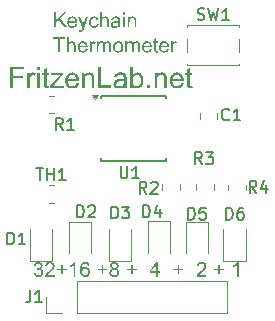
<source format=gbr>
%TF.GenerationSoftware,KiCad,Pcbnew,8.0.6*%
%TF.CreationDate,2024-10-18T13:34:34-03:00*%
%TF.ProjectId,keychain-thermometer,6b657963-6861-4696-9e2d-746865726d6f,rev?*%
%TF.SameCoordinates,Original*%
%TF.FileFunction,Legend,Top*%
%TF.FilePolarity,Positive*%
%FSLAX46Y46*%
G04 Gerber Fmt 4.6, Leading zero omitted, Abs format (unit mm)*
G04 Created by KiCad (PCBNEW 8.0.6) date 2024-10-18 13:34:34*
%MOMM*%
%LPD*%
G01*
G04 APERTURE LIST*
%ADD10C,0.150000*%
%ADD11C,0.120000*%
G04 APERTURE END LIST*
D10*
G36*
X68228838Y-46287500D02*
G01*
X68228838Y-45017437D01*
X68395533Y-45017437D01*
X68395533Y-45639951D01*
X69020490Y-45017437D01*
X69246414Y-45017437D01*
X68718239Y-45526378D01*
X69269617Y-46287500D01*
X69049799Y-46287500D01*
X68601613Y-45638119D01*
X68395533Y-45838093D01*
X68395533Y-46287500D01*
X68228838Y-46287500D01*
G37*
G36*
X69822794Y-45354083D02*
G01*
X69884289Y-45367510D01*
X69950064Y-45394489D01*
X70009411Y-45433653D01*
X70055163Y-45476919D01*
X70094591Y-45528299D01*
X70125860Y-45586957D01*
X70148973Y-45652891D01*
X70162002Y-45713396D01*
X70169366Y-45778954D01*
X70171179Y-45835040D01*
X70170568Y-45877172D01*
X69490352Y-45877172D01*
X69497335Y-45938132D01*
X69513259Y-45999751D01*
X69541299Y-46058808D01*
X69575226Y-46102180D01*
X69626788Y-46143235D01*
X69685684Y-46169085D01*
X69751915Y-46179729D01*
X69766041Y-46180033D01*
X69830920Y-46172727D01*
X69891661Y-46148517D01*
X69911060Y-46135764D01*
X69955796Y-46091078D01*
X69989756Y-46034356D01*
X70006315Y-45994408D01*
X70166294Y-46013948D01*
X70146649Y-46071875D01*
X70116648Y-46130780D01*
X70078595Y-46181899D01*
X70032489Y-46225233D01*
X70026160Y-46230102D01*
X69971491Y-46263762D01*
X69909763Y-46287805D01*
X69849959Y-46300953D01*
X69784749Y-46306738D01*
X69765125Y-46307039D01*
X69693044Y-46302692D01*
X69626780Y-46289651D01*
X69566333Y-46267916D01*
X69511704Y-46237487D01*
X69462892Y-46198364D01*
X69447915Y-46183391D01*
X69408073Y-46133409D01*
X69376474Y-46076430D01*
X69353118Y-46012452D01*
X69338005Y-45941476D01*
X69331709Y-45876984D01*
X69330678Y-45835956D01*
X69333570Y-45766259D01*
X69335730Y-45750165D01*
X69498900Y-45750165D01*
X70008147Y-45750165D01*
X69999337Y-45687284D01*
X69980502Y-45623417D01*
X69949834Y-45570036D01*
X69904821Y-45524876D01*
X69846706Y-45492032D01*
X69787112Y-45478073D01*
X69758408Y-45476613D01*
X69695124Y-45483888D01*
X69633155Y-45508695D01*
X69583770Y-45546524D01*
X69579195Y-45551107D01*
X69540263Y-45602556D01*
X69513913Y-45663783D01*
X69500955Y-45727250D01*
X69498900Y-45750165D01*
X69335730Y-45750165D01*
X69342246Y-45701616D01*
X69356706Y-45642027D01*
X69381694Y-45577190D01*
X69415010Y-45519631D01*
X69449136Y-45477224D01*
X69496037Y-45433854D01*
X69547897Y-45399457D01*
X69604716Y-45374034D01*
X69666493Y-45357583D01*
X69733229Y-45350105D01*
X69756577Y-45349607D01*
X69822794Y-45354083D01*
G37*
G36*
X70348560Y-46640430D02*
G01*
X70331463Y-46498464D01*
X70392459Y-46510580D01*
X70420001Y-46512203D01*
X70480858Y-46503833D01*
X70502128Y-46494495D01*
X70547976Y-46452755D01*
X70553114Y-46445036D01*
X70578206Y-46387482D01*
X70600130Y-46326273D01*
X70613869Y-46287500D01*
X70267960Y-45369146D01*
X70434351Y-45369146D01*
X70624249Y-45900680D01*
X70644425Y-45958345D01*
X70663394Y-46017652D01*
X70681155Y-46078601D01*
X70690500Y-46113171D01*
X70706262Y-46053303D01*
X70723666Y-45994257D01*
X70742712Y-45936031D01*
X70754003Y-45904038D01*
X70948787Y-45369146D01*
X71103271Y-45369146D01*
X70756446Y-46302154D01*
X70733200Y-46363757D01*
X70709568Y-46423105D01*
X70684428Y-46480707D01*
X70669740Y-46510066D01*
X70637110Y-46561972D01*
X70594702Y-46607879D01*
X70575095Y-46622723D01*
X70516782Y-46649742D01*
X70452687Y-46658713D01*
X70448089Y-46658749D01*
X70385115Y-46650860D01*
X70348560Y-46640430D01*
G37*
G36*
X71825008Y-45955329D02*
G01*
X71977049Y-45975174D01*
X71962386Y-46040066D01*
X71940301Y-46098501D01*
X71905973Y-46157377D01*
X71861952Y-46207819D01*
X71849433Y-46219112D01*
X71795203Y-46257580D01*
X71735096Y-46285057D01*
X71669113Y-46301543D01*
X71606556Y-46306953D01*
X71597252Y-46307039D01*
X71529646Y-46302724D01*
X71467192Y-46289780D01*
X71409891Y-46268206D01*
X71349550Y-46232129D01*
X71303411Y-46191858D01*
X71296222Y-46184307D01*
X71257625Y-46134422D01*
X71227014Y-46077045D01*
X71204388Y-46012177D01*
X71191633Y-45952396D01*
X71184424Y-45887413D01*
X71182650Y-45831681D01*
X71184987Y-45768548D01*
X71193383Y-45700762D01*
X71207885Y-45637630D01*
X71228493Y-45579155D01*
X71231498Y-45572173D01*
X71263156Y-45513910D01*
X71302832Y-45464486D01*
X71350525Y-45423900D01*
X71380486Y-45405172D01*
X71438191Y-45378312D01*
X71498649Y-45360243D01*
X71561861Y-45350964D01*
X71598168Y-45349607D01*
X71660616Y-45353215D01*
X71725617Y-45366177D01*
X71783825Y-45388564D01*
X71841189Y-45425017D01*
X71889041Y-45472434D01*
X71926122Y-45529849D01*
X71950041Y-45589279D01*
X71962395Y-45639035D01*
X71812185Y-45662238D01*
X71793387Y-45604087D01*
X71761123Y-45549409D01*
X71735860Y-45523325D01*
X71679881Y-45489796D01*
X71618555Y-45477024D01*
X71604274Y-45476613D01*
X71541978Y-45483279D01*
X71480917Y-45506320D01*
X71428443Y-45545818D01*
X71414375Y-45560877D01*
X71379103Y-45616028D01*
X71357440Y-45678066D01*
X71345968Y-45742399D01*
X71341692Y-45805007D01*
X71341407Y-45827407D01*
X71343887Y-45893235D01*
X71353047Y-45961053D01*
X71371780Y-46026717D01*
X71403392Y-46085490D01*
X71411933Y-46096379D01*
X71460185Y-46140493D01*
X71516785Y-46168269D01*
X71581734Y-46179706D01*
X71595725Y-46180033D01*
X71659710Y-46172305D01*
X71719434Y-46146491D01*
X71747461Y-46125078D01*
X71786988Y-46075304D01*
X71812209Y-46015044D01*
X71825008Y-45955329D01*
G37*
G36*
X72104361Y-46287500D02*
G01*
X72104361Y-45017437D01*
X72258845Y-45017437D01*
X72258845Y-45473866D01*
X72308846Y-45425448D01*
X72364282Y-45388923D01*
X72425152Y-45364290D01*
X72491457Y-45351549D01*
X72531786Y-45349607D01*
X72598333Y-45354369D01*
X72658603Y-45368655D01*
X72707946Y-45389907D01*
X72761666Y-45427492D01*
X72801278Y-45475255D01*
X72814802Y-45500732D01*
X72834523Y-45562828D01*
X72844004Y-45628284D01*
X72847038Y-45689621D01*
X72847165Y-45706202D01*
X72847165Y-46287500D01*
X72692376Y-46287500D01*
X72692376Y-45704980D01*
X72687456Y-45638130D01*
X72670681Y-45578988D01*
X72642001Y-45534926D01*
X72590184Y-45498403D01*
X72527731Y-45482803D01*
X72500034Y-45481498D01*
X72437446Y-45489414D01*
X72378479Y-45513161D01*
X72370891Y-45517524D01*
X72321799Y-45556714D01*
X72286146Y-45611087D01*
X72284490Y-45614916D01*
X72266959Y-45677552D01*
X72260072Y-45739311D01*
X72258845Y-45784359D01*
X72258845Y-46287500D01*
X72104361Y-46287500D01*
G37*
G36*
X73525416Y-45351805D02*
G01*
X73586369Y-45359401D01*
X73648258Y-45375680D01*
X73652861Y-45377390D01*
X73709286Y-45404179D01*
X73757847Y-45444093D01*
X73760022Y-45446693D01*
X73792265Y-45500800D01*
X73808260Y-45552634D01*
X73814432Y-45617474D01*
X73815863Y-45683133D01*
X73815893Y-45695821D01*
X73815893Y-45903122D01*
X73816131Y-45966971D01*
X73817047Y-46033317D01*
X73818984Y-46096558D01*
X73823373Y-46160446D01*
X73825662Y-46177285D01*
X73841796Y-46236977D01*
X73865047Y-46287500D01*
X73703541Y-46287500D01*
X73681913Y-46226642D01*
X73672705Y-46172095D01*
X73624931Y-46210225D01*
X73572982Y-46244548D01*
X73517215Y-46272523D01*
X73507231Y-46276509D01*
X73446065Y-46295113D01*
X73381637Y-46305131D01*
X73336871Y-46307039D01*
X73274471Y-46303489D01*
X73211278Y-46290738D01*
X73150541Y-46265308D01*
X73105757Y-46232850D01*
X73063253Y-46182457D01*
X73036491Y-46124014D01*
X73025471Y-46057521D01*
X73025157Y-46043257D01*
X73025695Y-46038372D01*
X73190020Y-46038372D01*
X73203204Y-46099250D01*
X73236732Y-46143091D01*
X73290269Y-46173113D01*
X73351970Y-46184264D01*
X73373813Y-46184918D01*
X73438070Y-46179379D01*
X73501286Y-46160879D01*
X73532571Y-46145533D01*
X73583032Y-46108499D01*
X73623737Y-46057909D01*
X73634848Y-46037151D01*
X73652817Y-45976498D01*
X73659271Y-45911941D01*
X73659883Y-45880835D01*
X73659883Y-45823438D01*
X73599019Y-45843635D01*
X73538521Y-45858375D01*
X73476976Y-45870240D01*
X73407397Y-45881140D01*
X73343769Y-45892146D01*
X73283243Y-45908289D01*
X73272452Y-45912587D01*
X73221723Y-45949654D01*
X73211392Y-45963572D01*
X73190772Y-46023184D01*
X73190020Y-46038372D01*
X73025695Y-46038372D01*
X73031865Y-45982332D01*
X73053809Y-45923112D01*
X73055687Y-45919609D01*
X73090873Y-45869081D01*
X73135371Y-45829849D01*
X73191454Y-45798496D01*
X73246807Y-45778558D01*
X73308237Y-45765842D01*
X73372888Y-45756466D01*
X73384193Y-45755050D01*
X73450908Y-45746277D01*
X73519979Y-45735283D01*
X73587360Y-45721716D01*
X73648430Y-45705176D01*
X73659883Y-45701317D01*
X73660493Y-45661017D01*
X73654354Y-45598491D01*
X73629412Y-45542191D01*
X73616835Y-45528820D01*
X73564299Y-45497007D01*
X73501884Y-45480743D01*
X73440675Y-45476613D01*
X73378129Y-45480191D01*
X73317794Y-45493930D01*
X73279780Y-45513250D01*
X73237025Y-45559940D01*
X73209522Y-45620373D01*
X73202843Y-45642698D01*
X73051718Y-45621938D01*
X73069093Y-45561583D01*
X73095125Y-45505533D01*
X73119495Y-45470202D01*
X73164848Y-45427505D01*
X73218965Y-45395963D01*
X73255966Y-45381053D01*
X73320821Y-45363150D01*
X73385602Y-45353323D01*
X73448647Y-45349730D01*
X73463267Y-45349607D01*
X73525416Y-45351805D01*
G37*
G36*
X74051892Y-45193292D02*
G01*
X74051892Y-45017437D01*
X74206376Y-45017437D01*
X74206376Y-45193292D01*
X74051892Y-45193292D01*
G37*
G36*
X74051892Y-46287500D02*
G01*
X74051892Y-45369146D01*
X74206376Y-45369146D01*
X74206376Y-46287500D01*
X74051892Y-46287500D01*
G37*
G36*
X74439323Y-46287500D02*
G01*
X74439323Y-45369146D01*
X74578236Y-45369146D01*
X74578236Y-45497984D01*
X74619047Y-45447559D01*
X74666149Y-45407567D01*
X74729050Y-45374095D01*
X74789779Y-45356707D01*
X74856798Y-45349752D01*
X74868579Y-45349607D01*
X74933338Y-45354545D01*
X74993663Y-45369359D01*
X75020010Y-45379527D01*
X75073931Y-45409062D01*
X75119096Y-45451690D01*
X75123508Y-45457684D01*
X75154304Y-45514107D01*
X75171746Y-45572479D01*
X75178416Y-45636570D01*
X75180219Y-45703911D01*
X75180294Y-45723604D01*
X75180294Y-46287500D01*
X75025811Y-46287500D01*
X75025811Y-45727573D01*
X75023278Y-45662915D01*
X75012987Y-45601172D01*
X75007798Y-45585301D01*
X74974310Y-45533662D01*
X74943684Y-45509891D01*
X74887044Y-45486933D01*
X74835912Y-45481498D01*
X74771290Y-45488966D01*
X74713018Y-45511369D01*
X74665553Y-45544696D01*
X74627718Y-45595316D01*
X74605647Y-45659890D01*
X74596329Y-45722570D01*
X74593806Y-45784970D01*
X74593806Y-46287500D01*
X74439323Y-46287500D01*
G37*
G36*
X68555818Y-48387500D02*
G01*
X68555818Y-47263982D01*
X68141215Y-47263982D01*
X68141215Y-47117437D01*
X69138948Y-47117437D01*
X69138948Y-47263982D01*
X68722513Y-47263982D01*
X68722513Y-48387500D01*
X68555818Y-48387500D01*
G37*
G36*
X69284577Y-48387500D02*
G01*
X69284577Y-47117437D01*
X69439061Y-47117437D01*
X69439061Y-47573866D01*
X69489062Y-47525448D01*
X69544498Y-47488923D01*
X69605368Y-47464290D01*
X69671674Y-47451549D01*
X69712002Y-47449607D01*
X69778549Y-47454369D01*
X69838819Y-47468655D01*
X69888162Y-47489907D01*
X69941883Y-47527492D01*
X69981495Y-47575255D01*
X69995019Y-47600732D01*
X70014739Y-47662828D01*
X70024220Y-47728284D01*
X70027254Y-47789621D01*
X70027381Y-47806202D01*
X70027381Y-48387500D01*
X69872592Y-48387500D01*
X69872592Y-47804980D01*
X69867673Y-47738130D01*
X69850897Y-47678988D01*
X69822217Y-47634926D01*
X69770400Y-47598403D01*
X69707947Y-47582803D01*
X69680251Y-47581498D01*
X69617662Y-47589414D01*
X69558696Y-47613161D01*
X69551107Y-47617524D01*
X69502016Y-47656714D01*
X69466362Y-47711087D01*
X69464706Y-47714916D01*
X69447175Y-47777552D01*
X69440288Y-47839311D01*
X69439061Y-47884359D01*
X69439061Y-48387500D01*
X69284577Y-48387500D01*
G37*
G36*
X70698405Y-47454083D02*
G01*
X70759900Y-47467510D01*
X70825675Y-47494489D01*
X70885021Y-47533653D01*
X70930774Y-47576919D01*
X70970201Y-47628299D01*
X71001471Y-47686957D01*
X71024583Y-47752891D01*
X71037612Y-47813396D01*
X71044977Y-47878954D01*
X71046789Y-47935040D01*
X71046179Y-47977172D01*
X70365963Y-47977172D01*
X70372946Y-48038132D01*
X70388869Y-48099751D01*
X70416910Y-48158808D01*
X70450837Y-48202180D01*
X70502399Y-48243235D01*
X70561295Y-48269085D01*
X70627525Y-48279729D01*
X70641652Y-48280033D01*
X70706531Y-48272727D01*
X70767272Y-48248517D01*
X70786671Y-48235764D01*
X70831407Y-48191078D01*
X70865367Y-48134356D01*
X70881926Y-48094408D01*
X71041905Y-48113948D01*
X71022259Y-48171875D01*
X70992258Y-48230780D01*
X70954205Y-48281899D01*
X70908100Y-48325233D01*
X70901770Y-48330102D01*
X70847102Y-48363762D01*
X70785373Y-48387805D01*
X70725569Y-48400953D01*
X70660360Y-48406738D01*
X70640736Y-48407039D01*
X70568654Y-48402692D01*
X70502390Y-48389651D01*
X70441944Y-48367916D01*
X70387315Y-48337487D01*
X70338503Y-48298364D01*
X70323525Y-48283391D01*
X70283683Y-48233409D01*
X70252084Y-48176430D01*
X70228729Y-48112452D01*
X70213616Y-48041476D01*
X70207319Y-47976984D01*
X70206289Y-47935956D01*
X70209181Y-47866259D01*
X70211341Y-47850165D01*
X70374511Y-47850165D01*
X70883757Y-47850165D01*
X70874948Y-47787284D01*
X70856113Y-47723417D01*
X70825444Y-47670036D01*
X70780431Y-47624876D01*
X70722316Y-47592032D01*
X70662722Y-47578073D01*
X70634019Y-47576613D01*
X70570734Y-47583888D01*
X70508766Y-47608695D01*
X70459380Y-47646524D01*
X70454806Y-47651107D01*
X70415874Y-47702556D01*
X70389523Y-47763783D01*
X70376566Y-47827250D01*
X70374511Y-47850165D01*
X70211341Y-47850165D01*
X70217857Y-47801616D01*
X70232317Y-47742027D01*
X70257304Y-47677190D01*
X70290621Y-47619631D01*
X70324747Y-47577224D01*
X70371648Y-47533854D01*
X70423507Y-47499457D01*
X70480326Y-47474034D01*
X70542104Y-47457583D01*
X70608840Y-47450105D01*
X70632187Y-47449607D01*
X70698405Y-47454083D01*
G37*
G36*
X71229361Y-48387500D02*
G01*
X71229361Y-47469146D01*
X71368579Y-47469146D01*
X71368579Y-47609891D01*
X71400976Y-47555169D01*
X71440685Y-47503554D01*
X71466582Y-47480748D01*
X71523468Y-47454746D01*
X71566111Y-47449607D01*
X71630017Y-47457870D01*
X71689723Y-47480167D01*
X71724869Y-47499677D01*
X71671746Y-47644085D01*
X71614959Y-47619127D01*
X71558173Y-47610807D01*
X71496125Y-47624087D01*
X71467192Y-47641643D01*
X71425881Y-47689108D01*
X71409795Y-47726517D01*
X71393982Y-47790760D01*
X71385897Y-47853496D01*
X71383845Y-47907562D01*
X71383845Y-48387500D01*
X71229361Y-48387500D01*
G37*
G36*
X71813712Y-48387500D02*
G01*
X71813712Y-47469146D01*
X71952015Y-47469146D01*
X71952015Y-47596153D01*
X71991429Y-47546804D01*
X72040215Y-47505921D01*
X72065893Y-47489907D01*
X72122221Y-47465349D01*
X72184045Y-47452126D01*
X72228314Y-47449607D01*
X72293671Y-47454513D01*
X72355094Y-47471057D01*
X72394399Y-47491128D01*
X72443937Y-47533829D01*
X72478749Y-47589269D01*
X72485990Y-47607449D01*
X72528816Y-47553807D01*
X72576236Y-47511264D01*
X72637366Y-47475657D01*
X72704748Y-47455156D01*
X72767480Y-47449607D01*
X72831480Y-47454339D01*
X72894082Y-47470976D01*
X72951970Y-47503510D01*
X72976308Y-47525322D01*
X73014787Y-47580444D01*
X73037233Y-47643717D01*
X73047494Y-47710826D01*
X73049275Y-47757964D01*
X73049275Y-48387500D01*
X72895403Y-48387500D01*
X72895403Y-47807728D01*
X72893299Y-47744859D01*
X72883949Y-47684142D01*
X72880443Y-47673089D01*
X72846162Y-47622200D01*
X72825793Y-47606838D01*
X72768185Y-47584492D01*
X72733286Y-47581498D01*
X72671029Y-47589146D01*
X72611917Y-47614935D01*
X72573613Y-47646222D01*
X72537458Y-47699710D01*
X72517613Y-47764301D01*
X72510668Y-47826921D01*
X72510109Y-47852913D01*
X72510109Y-48387500D01*
X72355321Y-48387500D01*
X72355321Y-47789410D01*
X72350847Y-47724178D01*
X72334026Y-47662900D01*
X72317463Y-47633705D01*
X72267851Y-47594550D01*
X72204656Y-47581702D01*
X72194120Y-47581498D01*
X72131228Y-47590199D01*
X72073220Y-47616303D01*
X72025516Y-47658893D01*
X71994519Y-47713516D01*
X71992925Y-47717663D01*
X71976914Y-47781515D01*
X71970152Y-47843936D01*
X71968196Y-47910005D01*
X71968196Y-48387500D01*
X71813712Y-48387500D01*
G37*
G36*
X73708759Y-47453965D02*
G01*
X73772039Y-47467038D01*
X73830489Y-47488827D01*
X73884109Y-47519331D01*
X73932899Y-47558550D01*
X73948089Y-47573560D01*
X73988658Y-47623256D01*
X74020833Y-47679605D01*
X74044614Y-47742610D01*
X74060002Y-47812269D01*
X74066414Y-47875402D01*
X74067463Y-47915500D01*
X74065606Y-47979138D01*
X74058746Y-48046681D01*
X74046831Y-48107007D01*
X74027024Y-48167113D01*
X74014645Y-48193632D01*
X73981120Y-48247073D01*
X73939963Y-48293366D01*
X73891175Y-48332510D01*
X73860772Y-48351168D01*
X73802627Y-48378176D01*
X73741536Y-48396345D01*
X73677498Y-48405675D01*
X73640648Y-48407039D01*
X73571440Y-48402703D01*
X73507383Y-48389694D01*
X73448479Y-48368013D01*
X73394726Y-48337659D01*
X73346126Y-48298632D01*
X73331071Y-48283696D01*
X73290917Y-48233622D01*
X73259072Y-48175905D01*
X73235533Y-48110546D01*
X73222264Y-48050243D01*
X73214764Y-47984632D01*
X73212918Y-47928323D01*
X73212929Y-47928018D01*
X73371981Y-47928018D01*
X73374665Y-47991080D01*
X73384578Y-48056784D01*
X73404852Y-48121498D01*
X73434667Y-48175146D01*
X73448307Y-48192411D01*
X73494380Y-48234767D01*
X73552936Y-48265572D01*
X73619244Y-48279263D01*
X73640648Y-48280033D01*
X73702325Y-48273053D01*
X73763660Y-48248927D01*
X73817422Y-48207568D01*
X73832074Y-48191800D01*
X73868970Y-48134852D01*
X73891629Y-48071945D01*
X73903629Y-48007416D01*
X73908102Y-47945059D01*
X73908400Y-47922827D01*
X73905695Y-47861748D01*
X73895702Y-47797868D01*
X73875266Y-47734594D01*
X73840780Y-47675818D01*
X73831463Y-47664541D01*
X73785388Y-47622037D01*
X73727225Y-47591125D01*
X73661728Y-47577386D01*
X73640648Y-47576613D01*
X73578529Y-47583520D01*
X73516872Y-47607396D01*
X73462967Y-47648326D01*
X73448307Y-47663930D01*
X73411411Y-47720122D01*
X73388752Y-47781950D01*
X73376752Y-47845223D01*
X73372280Y-47906271D01*
X73371981Y-47928018D01*
X73212929Y-47928018D01*
X73215122Y-47866800D01*
X73224075Y-47795678D01*
X73239916Y-47730981D01*
X73262644Y-47672710D01*
X73299008Y-47611265D01*
X73345291Y-47559072D01*
X73353968Y-47551273D01*
X73407862Y-47511659D01*
X73466693Y-47481775D01*
X73530463Y-47461620D01*
X73599170Y-47451195D01*
X73640648Y-47449607D01*
X73708759Y-47453965D01*
G37*
G36*
X74243928Y-48387500D02*
G01*
X74243928Y-47469146D01*
X74382231Y-47469146D01*
X74382231Y-47596153D01*
X74421645Y-47546804D01*
X74470431Y-47505921D01*
X74496109Y-47489907D01*
X74552438Y-47465349D01*
X74614262Y-47452126D01*
X74658531Y-47449607D01*
X74723887Y-47454513D01*
X74785310Y-47471057D01*
X74824616Y-47491128D01*
X74874154Y-47533829D01*
X74908965Y-47589269D01*
X74916207Y-47607449D01*
X74959033Y-47553807D01*
X75006453Y-47511264D01*
X75067582Y-47475657D01*
X75134964Y-47455156D01*
X75197697Y-47449607D01*
X75261696Y-47454339D01*
X75324298Y-47470976D01*
X75382186Y-47503510D01*
X75406524Y-47525322D01*
X75445003Y-47580444D01*
X75467449Y-47643717D01*
X75477710Y-47710826D01*
X75479492Y-47757964D01*
X75479492Y-48387500D01*
X75325619Y-48387500D01*
X75325619Y-47807728D01*
X75323515Y-47744859D01*
X75314165Y-47684142D01*
X75310659Y-47673089D01*
X75276379Y-47622200D01*
X75256010Y-47606838D01*
X75198401Y-47584492D01*
X75163503Y-47581498D01*
X75101245Y-47589146D01*
X75042133Y-47614935D01*
X75003829Y-47646222D01*
X74967674Y-47699710D01*
X74947830Y-47764301D01*
X74940884Y-47826921D01*
X74940326Y-47852913D01*
X74940326Y-48387500D01*
X74785537Y-48387500D01*
X74785537Y-47789410D01*
X74781063Y-47724178D01*
X74764242Y-47662900D01*
X74747679Y-47633705D01*
X74698067Y-47594550D01*
X74634872Y-47581702D01*
X74624337Y-47581498D01*
X74561444Y-47590199D01*
X74503436Y-47616303D01*
X74455733Y-47658893D01*
X74424736Y-47713516D01*
X74423142Y-47717663D01*
X74407130Y-47781515D01*
X74400368Y-47843936D01*
X74398412Y-47910005D01*
X74398412Y-48387500D01*
X74243928Y-48387500D01*
G37*
G36*
X76141357Y-47454083D02*
G01*
X76202851Y-47467510D01*
X76268626Y-47494489D01*
X76327973Y-47533653D01*
X76373726Y-47576919D01*
X76413153Y-47628299D01*
X76444423Y-47686957D01*
X76467535Y-47752891D01*
X76480564Y-47813396D01*
X76487929Y-47878954D01*
X76489741Y-47935040D01*
X76489131Y-47977172D01*
X75808914Y-47977172D01*
X75815898Y-48038132D01*
X75831821Y-48099751D01*
X75859862Y-48158808D01*
X75893789Y-48202180D01*
X75945350Y-48243235D01*
X76004247Y-48269085D01*
X76070477Y-48279729D01*
X76084603Y-48280033D01*
X76149483Y-48272727D01*
X76210224Y-48248517D01*
X76229623Y-48235764D01*
X76274359Y-48191078D01*
X76308319Y-48134356D01*
X76324877Y-48094408D01*
X76484856Y-48113948D01*
X76465211Y-48171875D01*
X76435210Y-48230780D01*
X76397157Y-48281899D01*
X76351051Y-48325233D01*
X76344722Y-48330102D01*
X76290054Y-48363762D01*
X76228325Y-48387805D01*
X76168521Y-48400953D01*
X76103312Y-48406738D01*
X76083688Y-48407039D01*
X76011606Y-48402692D01*
X75945342Y-48389651D01*
X75884896Y-48367916D01*
X75830267Y-48337487D01*
X75781455Y-48298364D01*
X75766477Y-48283391D01*
X75726635Y-48233409D01*
X75695036Y-48176430D01*
X75671680Y-48112452D01*
X75656568Y-48041476D01*
X75650271Y-47976984D01*
X75649241Y-47935956D01*
X75652133Y-47866259D01*
X75654293Y-47850165D01*
X75817463Y-47850165D01*
X76326709Y-47850165D01*
X76317900Y-47787284D01*
X76299065Y-47723417D01*
X76268396Y-47670036D01*
X76223383Y-47624876D01*
X76165268Y-47592032D01*
X76105674Y-47578073D01*
X76076971Y-47576613D01*
X76013686Y-47583888D01*
X75951717Y-47608695D01*
X75902332Y-47646524D01*
X75897758Y-47651107D01*
X75858826Y-47702556D01*
X75832475Y-47763783D01*
X75819517Y-47827250D01*
X75817463Y-47850165D01*
X75654293Y-47850165D01*
X75660809Y-47801616D01*
X75675269Y-47742027D01*
X75700256Y-47677190D01*
X75733572Y-47619631D01*
X75767698Y-47577224D01*
X75814599Y-47533854D01*
X75866459Y-47499457D01*
X75923278Y-47474034D01*
X75985055Y-47457583D01*
X76051792Y-47450105D01*
X76075139Y-47449607D01*
X76141357Y-47454083D01*
G37*
G36*
X77011505Y-48245839D02*
G01*
X77033792Y-48387500D01*
X76971968Y-48402154D01*
X76917166Y-48407039D01*
X76854950Y-48402605D01*
X76795530Y-48384974D01*
X76786496Y-48380172D01*
X76739222Y-48339648D01*
X76721161Y-48309036D01*
X76707794Y-48246421D01*
X76703429Y-48180900D01*
X76702538Y-48123717D01*
X76702538Y-47591268D01*
X76588965Y-47591268D01*
X76588965Y-47469146D01*
X76702538Y-47469146D01*
X76702538Y-47247496D01*
X76856106Y-47156516D01*
X76856106Y-47469146D01*
X77011505Y-47469146D01*
X77011505Y-47591268D01*
X76856106Y-47591268D01*
X76856106Y-48136235D01*
X76858904Y-48199607D01*
X76864043Y-48223246D01*
X76890605Y-48254082D01*
X76943728Y-48265378D01*
X77003750Y-48249331D01*
X77011505Y-48245839D01*
G37*
G36*
X77600708Y-47454083D02*
G01*
X77662202Y-47467510D01*
X77727977Y-47494489D01*
X77787324Y-47533653D01*
X77833077Y-47576919D01*
X77872504Y-47628299D01*
X77903774Y-47686957D01*
X77926886Y-47752891D01*
X77939915Y-47813396D01*
X77947280Y-47878954D01*
X77949092Y-47935040D01*
X77948482Y-47977172D01*
X77268265Y-47977172D01*
X77275249Y-48038132D01*
X77291172Y-48099751D01*
X77319213Y-48158808D01*
X77353140Y-48202180D01*
X77404701Y-48243235D01*
X77463598Y-48269085D01*
X77529828Y-48279729D01*
X77543954Y-48280033D01*
X77608834Y-48272727D01*
X77669575Y-48248517D01*
X77688974Y-48235764D01*
X77733710Y-48191078D01*
X77767670Y-48134356D01*
X77784228Y-48094408D01*
X77944207Y-48113948D01*
X77924562Y-48171875D01*
X77894561Y-48230780D01*
X77856508Y-48281899D01*
X77810403Y-48325233D01*
X77804073Y-48330102D01*
X77749405Y-48363762D01*
X77687676Y-48387805D01*
X77627872Y-48400953D01*
X77562663Y-48406738D01*
X77543039Y-48407039D01*
X77470957Y-48402692D01*
X77404693Y-48389651D01*
X77344247Y-48367916D01*
X77289618Y-48337487D01*
X77240806Y-48298364D01*
X77225828Y-48283391D01*
X77185986Y-48233409D01*
X77154387Y-48176430D01*
X77131031Y-48112452D01*
X77115919Y-48041476D01*
X77109622Y-47976984D01*
X77108592Y-47935956D01*
X77111484Y-47866259D01*
X77113644Y-47850165D01*
X77276814Y-47850165D01*
X77786060Y-47850165D01*
X77777251Y-47787284D01*
X77758416Y-47723417D01*
X77727747Y-47670036D01*
X77682734Y-47624876D01*
X77624619Y-47592032D01*
X77565025Y-47578073D01*
X77536322Y-47576613D01*
X77473037Y-47583888D01*
X77411068Y-47608695D01*
X77361683Y-47646524D01*
X77357109Y-47651107D01*
X77318177Y-47702556D01*
X77291826Y-47763783D01*
X77278868Y-47827250D01*
X77276814Y-47850165D01*
X77113644Y-47850165D01*
X77120160Y-47801616D01*
X77134620Y-47742027D01*
X77159607Y-47677190D01*
X77192923Y-47619631D01*
X77227049Y-47577224D01*
X77273950Y-47533854D01*
X77325810Y-47499457D01*
X77382629Y-47474034D01*
X77444406Y-47457583D01*
X77511143Y-47450105D01*
X77534490Y-47449607D01*
X77600708Y-47454083D01*
G37*
G36*
X78131664Y-48387500D02*
G01*
X78131664Y-47469146D01*
X78270882Y-47469146D01*
X78270882Y-47609891D01*
X78303279Y-47555169D01*
X78342988Y-47503554D01*
X78368885Y-47480748D01*
X78425771Y-47454746D01*
X78468414Y-47449607D01*
X78532320Y-47457870D01*
X78592026Y-47480167D01*
X78627172Y-47499677D01*
X78574049Y-47644085D01*
X78517262Y-47619127D01*
X78460476Y-47610807D01*
X78398428Y-47624087D01*
X78369495Y-47641643D01*
X78328184Y-47689108D01*
X78312098Y-47726517D01*
X78296284Y-47790760D01*
X78288200Y-47853496D01*
X78286147Y-47907562D01*
X78286147Y-48387500D01*
X78131664Y-48387500D01*
G37*
G36*
X66473883Y-67056550D02*
G01*
X66628367Y-67035790D01*
X66643975Y-67096144D01*
X66667100Y-67153232D01*
X66703366Y-67207461D01*
X66718736Y-67222941D01*
X66770729Y-67257731D01*
X66830535Y-67276464D01*
X66874747Y-67280033D01*
X66939719Y-67272639D01*
X66998013Y-67250456D01*
X67049628Y-67213486D01*
X67059150Y-67204317D01*
X67098756Y-67153477D01*
X67123693Y-67095601D01*
X67133961Y-67030688D01*
X67134255Y-67016861D01*
X67127457Y-66953934D01*
X67104276Y-66893185D01*
X67064645Y-66841311D01*
X67012352Y-66801854D01*
X66951183Y-66778775D01*
X66887875Y-66772008D01*
X66824572Y-66778686D01*
X66778576Y-66789105D01*
X66795978Y-66643475D01*
X66820708Y-66645001D01*
X66886333Y-66639013D01*
X66947196Y-66621047D01*
X66998394Y-66594321D01*
X67043414Y-66552984D01*
X67071213Y-66493078D01*
X67077468Y-66438005D01*
X67067945Y-66374774D01*
X67036389Y-66317272D01*
X67019766Y-66299398D01*
X66967588Y-66263817D01*
X66904325Y-66246375D01*
X66871388Y-66244443D01*
X66808047Y-66252343D01*
X66748924Y-66278730D01*
X66721179Y-66300619D01*
X66682124Y-66350650D01*
X66656959Y-66410392D01*
X66643937Y-66469146D01*
X66489453Y-66441669D01*
X66505204Y-66377413D01*
X66527880Y-66319820D01*
X66562274Y-66262155D01*
X66605713Y-66213192D01*
X66617986Y-66202311D01*
X66671281Y-66165179D01*
X66730720Y-66138655D01*
X66796303Y-66122741D01*
X66858728Y-66117520D01*
X66868030Y-66117437D01*
X66930754Y-66121730D01*
X66996101Y-66136370D01*
X67057623Y-66161400D01*
X67112400Y-66195450D01*
X67157508Y-66237147D01*
X67190125Y-66281690D01*
X67218218Y-66340036D01*
X67233345Y-66401045D01*
X67236226Y-66443196D01*
X67229021Y-66506811D01*
X67207405Y-66565690D01*
X67192568Y-66591268D01*
X67150091Y-66640860D01*
X67098450Y-66678677D01*
X67062814Y-66697208D01*
X67121707Y-66716225D01*
X67177855Y-66747721D01*
X67224223Y-66790130D01*
X67236226Y-66804980D01*
X67268909Y-66860144D01*
X67289487Y-66923357D01*
X67297658Y-66987132D01*
X67298203Y-67009839D01*
X67292447Y-67080091D01*
X67275178Y-67145521D01*
X67246398Y-67206131D01*
X67206106Y-67261920D01*
X67177913Y-67291634D01*
X67130583Y-67330854D01*
X67069748Y-67366354D01*
X67002864Y-67390810D01*
X66940722Y-67402982D01*
X66874136Y-67407039D01*
X66804295Y-67402379D01*
X66739831Y-67388398D01*
X66680743Y-67365096D01*
X66627031Y-67332473D01*
X66598752Y-67309647D01*
X66555419Y-67264143D01*
X66521056Y-67213118D01*
X66495663Y-67156569D01*
X66479240Y-67094499D01*
X66473883Y-67056550D01*
G37*
G36*
X68258688Y-67240954D02*
G01*
X68258688Y-67387500D01*
X67426430Y-67387500D01*
X67431378Y-67325998D01*
X67444443Y-67280033D01*
X67470955Y-67221796D01*
X67502822Y-67169418D01*
X67542082Y-67117576D01*
X67546414Y-67112421D01*
X67590668Y-67063853D01*
X67638276Y-67017275D01*
X67686320Y-66973890D01*
X67740324Y-66928050D01*
X67748525Y-66921301D01*
X67797736Y-66879966D01*
X67853401Y-66831396D01*
X67902565Y-66786270D01*
X67952983Y-66736664D01*
X67999975Y-66685058D01*
X68025741Y-66652329D01*
X68060718Y-66597360D01*
X68086156Y-66538268D01*
X68097815Y-66475676D01*
X68098098Y-66464567D01*
X68088824Y-66399079D01*
X68061004Y-66341835D01*
X68032152Y-66308251D01*
X67982335Y-66271923D01*
X67923137Y-66250674D01*
X67861182Y-66244443D01*
X67795697Y-66251271D01*
X67733719Y-66274553D01*
X67682274Y-66314357D01*
X67644100Y-66368809D01*
X67622919Y-66429393D01*
X67614869Y-66492942D01*
X67614497Y-66508225D01*
X67455739Y-66491434D01*
X67464984Y-66426028D01*
X67480583Y-66366741D01*
X67506813Y-66305305D01*
X67541692Y-66252196D01*
X67578471Y-66213302D01*
X67628579Y-66175948D01*
X67685670Y-66147769D01*
X67749744Y-66128765D01*
X67810223Y-66119777D01*
X67864541Y-66117437D01*
X67929781Y-66120989D01*
X67999194Y-66134115D01*
X68061390Y-66156911D01*
X68116369Y-66189380D01*
X68151221Y-66218492D01*
X68192381Y-66265012D01*
X68227043Y-66323831D01*
X68248500Y-66388679D01*
X68256443Y-66450368D01*
X68256856Y-66468841D01*
X68251767Y-66530205D01*
X68236499Y-66590762D01*
X68226020Y-66618440D01*
X68197140Y-66674511D01*
X68160559Y-66727870D01*
X68123438Y-66772923D01*
X68075570Y-66823386D01*
X68027954Y-66869247D01*
X67979908Y-66913160D01*
X67925186Y-66961324D01*
X67884996Y-66995795D01*
X67836392Y-67037430D01*
X67788505Y-67079248D01*
X67740889Y-67122323D01*
X67706393Y-67156079D01*
X67666433Y-67203671D01*
X67641364Y-67240954D01*
X68258688Y-67240954D01*
G37*
G36*
X68787168Y-67192105D02*
G01*
X68787168Y-66850165D01*
X68444617Y-66850165D01*
X68444617Y-66703620D01*
X68787168Y-66703620D01*
X68787168Y-66371449D01*
X68933103Y-66371449D01*
X68933103Y-66703620D01*
X69275654Y-66703620D01*
X69275654Y-66850165D01*
X68933103Y-66850165D01*
X68933103Y-67192105D01*
X68787168Y-67192105D01*
G37*
G36*
X70022732Y-67387500D02*
G01*
X69868248Y-67387500D01*
X69868248Y-66397705D01*
X69821451Y-66438234D01*
X69769954Y-66475386D01*
X69721702Y-66505783D01*
X69666849Y-66536743D01*
X69610712Y-66564737D01*
X69558975Y-66586383D01*
X69558975Y-66430068D01*
X69614180Y-66402408D01*
X69673442Y-66367828D01*
X69728621Y-66330080D01*
X69779716Y-66289164D01*
X69785816Y-66283827D01*
X69830810Y-66241256D01*
X69872944Y-66194140D01*
X69909222Y-66142751D01*
X69923203Y-66117437D01*
X70022732Y-66117437D01*
X70022732Y-67387500D01*
G37*
G36*
X70921116Y-66121513D02*
G01*
X70986169Y-66136153D01*
X71044468Y-66161441D01*
X71096012Y-66197376D01*
X71101980Y-66202616D01*
X71144703Y-66249118D01*
X71177924Y-66303748D01*
X71201642Y-66366507D01*
X71214601Y-66428089D01*
X71215858Y-66437395D01*
X71062290Y-66449607D01*
X71044315Y-66386295D01*
X71017267Y-66330663D01*
X71003672Y-66312831D01*
X70952610Y-66271157D01*
X70893305Y-66248717D01*
X70849188Y-66244443D01*
X70787988Y-66252215D01*
X70730068Y-66277792D01*
X70719434Y-66285048D01*
X70672913Y-66326850D01*
X70633679Y-66380053D01*
X70604335Y-66438311D01*
X70583971Y-66501597D01*
X70571182Y-66569246D01*
X70564092Y-66637235D01*
X70561062Y-66702046D01*
X70560676Y-66724991D01*
X70602010Y-66674694D01*
X70649187Y-66634211D01*
X70697147Y-66605922D01*
X70758857Y-66582109D01*
X70822627Y-66569286D01*
X70866285Y-66566844D01*
X70931785Y-66572307D01*
X70992843Y-66588699D01*
X71049460Y-66616018D01*
X71101636Y-66654265D01*
X71129457Y-66681027D01*
X71171807Y-66734048D01*
X71203755Y-66793468D01*
X71225302Y-66859287D01*
X71235491Y-66920796D01*
X71238145Y-66975645D01*
X71234088Y-67041145D01*
X71221916Y-67104037D01*
X71201630Y-67164321D01*
X71186854Y-67196685D01*
X71155132Y-67250276D01*
X71112747Y-67300985D01*
X71062849Y-67342392D01*
X71046414Y-67353000D01*
X70988341Y-67381497D01*
X70925557Y-67399440D01*
X70858062Y-67406828D01*
X70843998Y-67407039D01*
X70774038Y-67402026D01*
X70709102Y-67386989D01*
X70649188Y-67361927D01*
X70594298Y-67326839D01*
X70544431Y-67281727D01*
X70528925Y-67264462D01*
X70487526Y-67204502D01*
X70459571Y-67144615D01*
X70437563Y-67075708D01*
X70424239Y-67014089D01*
X70418249Y-66971676D01*
X70584795Y-66971676D01*
X70590388Y-67036749D01*
X70607167Y-67099504D01*
X70618684Y-67127686D01*
X70650653Y-67182368D01*
X70694998Y-67228182D01*
X70713328Y-67241259D01*
X70771914Y-67269090D01*
X70833184Y-67279881D01*
X70841556Y-67280033D01*
X70905512Y-67270509D01*
X70963046Y-67241936D01*
X71009778Y-67199433D01*
X71046969Y-67143393D01*
X71068664Y-67083270D01*
X71078581Y-67022123D01*
X71080303Y-66980225D01*
X71075952Y-66917198D01*
X71060657Y-66854733D01*
X71030747Y-66795807D01*
X71010694Y-66770481D01*
X70963670Y-66730070D01*
X70903817Y-66702905D01*
X70842017Y-66693925D01*
X70835450Y-66693850D01*
X70773101Y-66701333D01*
X70711680Y-66726852D01*
X70662354Y-66765766D01*
X70657763Y-66770481D01*
X70619284Y-66823056D01*
X70595056Y-66884994D01*
X70585437Y-66948742D01*
X70584795Y-66971676D01*
X70418249Y-66971676D01*
X70414722Y-66946698D01*
X70409012Y-66873535D01*
X70407109Y-66794600D01*
X70408292Y-66727719D01*
X70411842Y-66664347D01*
X70420257Y-66585312D01*
X70432879Y-66512516D01*
X70449709Y-66445960D01*
X70470747Y-66385643D01*
X70502960Y-66319022D01*
X70541748Y-66262151D01*
X70588702Y-66212970D01*
X70641410Y-66173966D01*
X70699871Y-66145136D01*
X70764085Y-66126481D01*
X70834052Y-66118002D01*
X70858653Y-66117437D01*
X70921116Y-66121513D01*
G37*
G36*
X72240762Y-67192105D02*
G01*
X72240762Y-66850165D01*
X71898211Y-66850165D01*
X71898211Y-66703620D01*
X72240762Y-66703620D01*
X72240762Y-66371449D01*
X72386697Y-66371449D01*
X72386697Y-66703620D01*
X72729248Y-66703620D01*
X72729248Y-66850165D01*
X72386697Y-66850165D01*
X72386697Y-67192105D01*
X72240762Y-67192105D01*
G37*
G36*
X73373485Y-66122068D02*
G01*
X73436365Y-66135961D01*
X73493080Y-66159117D01*
X73550349Y-66196922D01*
X73569748Y-66214218D01*
X73613826Y-66265108D01*
X73645311Y-66321303D01*
X73664202Y-66382803D01*
X73670498Y-66449607D01*
X73664016Y-66512790D01*
X73642361Y-66573972D01*
X73624398Y-66603785D01*
X73579278Y-66651932D01*
X73523586Y-66687610D01*
X73484874Y-66704535D01*
X73545737Y-66729329D01*
X73597810Y-66761465D01*
X73645359Y-66805782D01*
X73661339Y-66826046D01*
X73693217Y-66881710D01*
X73713289Y-66943755D01*
X73721258Y-67005050D01*
X73721789Y-67026631D01*
X73716326Y-67094687D01*
X73699934Y-67157805D01*
X73672615Y-67215985D01*
X73634368Y-67269228D01*
X73607606Y-67297435D01*
X73554203Y-67340142D01*
X73493904Y-67372360D01*
X73426710Y-67394088D01*
X73363627Y-67404363D01*
X73307187Y-67407039D01*
X73239871Y-67403175D01*
X73177600Y-67391583D01*
X73111326Y-67368292D01*
X73051919Y-67334482D01*
X73006463Y-67297130D01*
X72961972Y-67246310D01*
X72928408Y-67190290D01*
X72905772Y-67129069D01*
X72894064Y-67062647D01*
X72892334Y-67023578D01*
X73051343Y-67023578D01*
X73059128Y-67088226D01*
X73080568Y-67147031D01*
X73082484Y-67150889D01*
X73118606Y-67202602D01*
X73168011Y-67242105D01*
X73175601Y-67246449D01*
X73235784Y-67270555D01*
X73300126Y-67279901D01*
X73309019Y-67280033D01*
X73374337Y-67273116D01*
X73432142Y-67252365D01*
X73487050Y-67213560D01*
X73491591Y-67209202D01*
X73529748Y-67160986D01*
X73555398Y-67099270D01*
X73563877Y-67035275D01*
X73563948Y-67028463D01*
X73556673Y-66962763D01*
X73534848Y-66904576D01*
X73498474Y-66853903D01*
X73489453Y-66844670D01*
X73439448Y-66806352D01*
X73382168Y-66782226D01*
X73317613Y-66772291D01*
X73303829Y-66772008D01*
X73239184Y-66779044D01*
X73181874Y-66800153D01*
X73131899Y-66835334D01*
X73122784Y-66844059D01*
X73085110Y-66892419D01*
X73059785Y-66953741D01*
X73051413Y-67016877D01*
X73051343Y-67023578D01*
X72892334Y-67023578D01*
X72892280Y-67022356D01*
X72897206Y-66956631D01*
X72911986Y-66897184D01*
X72939964Y-66838497D01*
X72954562Y-66817192D01*
X72998646Y-66770640D01*
X73053046Y-66734403D01*
X73110826Y-66710610D01*
X73131943Y-66704535D01*
X73071706Y-66676580D01*
X73019406Y-66637854D01*
X72989366Y-66603175D01*
X72959320Y-66545311D01*
X72945181Y-66484296D01*
X72942960Y-66445333D01*
X72943496Y-66439532D01*
X73101107Y-66439532D01*
X73109179Y-66502859D01*
X73136140Y-66560901D01*
X73158504Y-66587604D01*
X73211031Y-66624767D01*
X73269535Y-66642255D01*
X73308103Y-66645001D01*
X73370457Y-66636973D01*
X73427832Y-66610155D01*
X73454344Y-66587909D01*
X73491308Y-66537290D01*
X73509428Y-66478205D01*
X73511435Y-66448080D01*
X73503149Y-66387373D01*
X73475471Y-66330327D01*
X73452512Y-66303367D01*
X73400098Y-66265216D01*
X73338110Y-66246515D01*
X73306271Y-66244443D01*
X73244118Y-66252514D01*
X73186379Y-66279475D01*
X73159420Y-66301840D01*
X73121665Y-66352254D01*
X73102531Y-66414999D01*
X73101107Y-66439532D01*
X72943496Y-66439532D01*
X72949123Y-66378662D01*
X72967613Y-66317563D01*
X72998430Y-66262036D01*
X73041573Y-66212081D01*
X73095097Y-66170674D01*
X73156749Y-66141098D01*
X73217363Y-66124923D01*
X73284200Y-66117806D01*
X73304439Y-66117437D01*
X73373485Y-66122068D01*
G37*
G36*
X74721048Y-67192105D02*
G01*
X74721048Y-66850165D01*
X74378497Y-66850165D01*
X74378497Y-66703620D01*
X74721048Y-66703620D01*
X74721048Y-66371449D01*
X74866983Y-66371449D01*
X74866983Y-66703620D01*
X75209534Y-66703620D01*
X75209534Y-66850165D01*
X74866983Y-66850165D01*
X74866983Y-67192105D01*
X74721048Y-67192105D01*
G37*
G36*
X76996475Y-66938093D02*
G01*
X77166530Y-66938093D01*
X77166530Y-67079754D01*
X76996475Y-67079754D01*
X76996475Y-67387500D01*
X76841992Y-67387500D01*
X76841992Y-67079754D01*
X76295804Y-67079754D01*
X76295804Y-66938093D01*
X76447845Y-66938093D01*
X76841992Y-66938093D01*
X76841992Y-66367175D01*
X76447845Y-66938093D01*
X76295804Y-66938093D01*
X76870385Y-66117437D01*
X76996475Y-66117437D01*
X76996475Y-66938093D01*
G37*
G36*
X78659464Y-67192105D02*
G01*
X78659464Y-66850165D01*
X78316913Y-66850165D01*
X78316913Y-66703620D01*
X78659464Y-66703620D01*
X78659464Y-66371449D01*
X78805399Y-66371449D01*
X78805399Y-66703620D01*
X79147950Y-66703620D01*
X79147950Y-66850165D01*
X78805399Y-66850165D01*
X78805399Y-67192105D01*
X78659464Y-67192105D01*
G37*
G36*
X81097313Y-67240954D02*
G01*
X81097313Y-67387500D01*
X80265055Y-67387500D01*
X80270003Y-67325998D01*
X80283068Y-67280033D01*
X80309581Y-67221796D01*
X80341447Y-67169418D01*
X80380707Y-67117576D01*
X80385040Y-67112421D01*
X80429293Y-67063853D01*
X80476901Y-67017275D01*
X80524945Y-66973890D01*
X80578949Y-66928050D01*
X80587151Y-66921301D01*
X80636362Y-66879966D01*
X80692026Y-66831396D01*
X80741191Y-66786270D01*
X80791609Y-66736664D01*
X80838600Y-66685058D01*
X80864366Y-66652329D01*
X80899343Y-66597360D01*
X80924781Y-66538268D01*
X80936441Y-66475676D01*
X80936723Y-66464567D01*
X80927450Y-66399079D01*
X80899629Y-66341835D01*
X80870778Y-66308251D01*
X80820960Y-66271923D01*
X80761763Y-66250674D01*
X80699808Y-66244443D01*
X80634322Y-66251271D01*
X80572344Y-66274553D01*
X80520900Y-66314357D01*
X80482725Y-66368809D01*
X80461544Y-66429393D01*
X80453494Y-66492942D01*
X80453122Y-66508225D01*
X80294364Y-66491434D01*
X80303609Y-66426028D01*
X80319209Y-66366741D01*
X80345438Y-66305305D01*
X80380317Y-66252196D01*
X80417096Y-66213302D01*
X80467204Y-66175948D01*
X80524295Y-66147769D01*
X80588369Y-66128765D01*
X80648848Y-66119777D01*
X80703166Y-66117437D01*
X80768407Y-66120989D01*
X80837819Y-66134115D01*
X80900015Y-66156911D01*
X80954994Y-66189380D01*
X80989846Y-66218492D01*
X81031007Y-66265012D01*
X81065668Y-66323831D01*
X81087125Y-66388679D01*
X81095068Y-66450368D01*
X81095481Y-66468841D01*
X81090392Y-66530205D01*
X81075125Y-66590762D01*
X81064645Y-66618440D01*
X81035766Y-66674511D01*
X80999185Y-66727870D01*
X80962063Y-66772923D01*
X80914195Y-66823386D01*
X80866580Y-66869247D01*
X80818534Y-66913160D01*
X80763812Y-66961324D01*
X80723621Y-66995795D01*
X80675017Y-67037430D01*
X80627130Y-67079248D01*
X80579514Y-67122323D01*
X80545019Y-67156079D01*
X80505059Y-67203671D01*
X80479989Y-67240954D01*
X81097313Y-67240954D01*
G37*
G36*
X82111837Y-67192105D02*
G01*
X82111837Y-66850165D01*
X81769286Y-66850165D01*
X81769286Y-66703620D01*
X82111837Y-66703620D01*
X82111837Y-66371449D01*
X82257772Y-66371449D01*
X82257772Y-66703620D01*
X82600322Y-66703620D01*
X82600322Y-66850165D01*
X82257772Y-66850165D01*
X82257772Y-67192105D01*
X82111837Y-67192105D01*
G37*
G36*
X83833443Y-67387500D02*
G01*
X83678960Y-67387500D01*
X83678960Y-66397705D01*
X83632162Y-66438234D01*
X83580666Y-66475386D01*
X83532414Y-66505783D01*
X83477561Y-66536743D01*
X83421423Y-66564737D01*
X83369687Y-66586383D01*
X83369687Y-66430068D01*
X83424891Y-66402408D01*
X83484154Y-66367828D01*
X83539333Y-66330080D01*
X83590428Y-66289164D01*
X83596528Y-66283827D01*
X83641522Y-66241256D01*
X83683656Y-66194140D01*
X83719934Y-66142751D01*
X83733914Y-66117437D01*
X83833443Y-66117437D01*
X83833443Y-67387500D01*
G37*
G36*
X64502172Y-51402501D02*
G01*
X64502172Y-49624413D01*
X65690840Y-49624413D01*
X65690840Y-49829577D01*
X64735118Y-49829577D01*
X64735118Y-50390358D01*
X65562185Y-50390358D01*
X65562185Y-50595522D01*
X64735118Y-50595522D01*
X64735118Y-51402501D01*
X64502172Y-51402501D01*
G37*
G36*
X65955844Y-51402501D02*
G01*
X65955844Y-50116806D01*
X66150750Y-50116806D01*
X66150750Y-50313849D01*
X66196105Y-50237238D01*
X66251698Y-50164976D01*
X66287953Y-50133048D01*
X66367594Y-50096646D01*
X66427294Y-50089451D01*
X66516762Y-50101020D01*
X66600351Y-50132235D01*
X66649555Y-50159549D01*
X66575183Y-50361721D01*
X66495682Y-50326779D01*
X66416181Y-50315131D01*
X66329314Y-50333723D01*
X66288808Y-50358301D01*
X66230972Y-50424752D01*
X66208452Y-50477125D01*
X66186313Y-50567065D01*
X66174995Y-50654895D01*
X66172121Y-50730588D01*
X66172121Y-51402501D01*
X65955844Y-51402501D01*
G37*
G36*
X66775218Y-49870609D02*
G01*
X66775218Y-49624413D01*
X66991495Y-49624413D01*
X66991495Y-49870609D01*
X66775218Y-49870609D01*
G37*
G36*
X66775218Y-51402501D02*
G01*
X66775218Y-50116806D01*
X66991495Y-50116806D01*
X66991495Y-51402501D01*
X66775218Y-51402501D01*
G37*
G36*
X67789924Y-51204175D02*
G01*
X67821127Y-51402501D01*
X67734573Y-51423017D01*
X67657850Y-51429856D01*
X67570747Y-51423648D01*
X67487560Y-51398964D01*
X67474912Y-51392242D01*
X67408728Y-51335508D01*
X67383443Y-51292652D01*
X67364729Y-51204991D01*
X67358618Y-51113261D01*
X67357370Y-51033205D01*
X67357370Y-50287776D01*
X67198368Y-50287776D01*
X67198368Y-50116806D01*
X67357370Y-50116806D01*
X67357370Y-49806496D01*
X67572365Y-49679123D01*
X67572365Y-50116806D01*
X67789924Y-50116806D01*
X67789924Y-50287776D01*
X67572365Y-50287776D01*
X67572365Y-51050730D01*
X67576283Y-51139451D01*
X67583478Y-51172546D01*
X67620664Y-51215716D01*
X67695036Y-51231531D01*
X67779068Y-51209064D01*
X67789924Y-51204175D01*
G37*
G36*
X67883958Y-51402501D02*
G01*
X67883958Y-51228539D01*
X68696493Y-50287349D01*
X68605173Y-50291486D01*
X68514422Y-50294040D01*
X68452433Y-50294615D01*
X67931830Y-50294615D01*
X67931830Y-50116806D01*
X68975174Y-50116806D01*
X68975174Y-50259994D01*
X68284028Y-51078940D01*
X68150671Y-51228539D01*
X68239746Y-51222904D01*
X68325314Y-51219356D01*
X68415390Y-51217863D01*
X68423368Y-51217853D01*
X69013642Y-51217853D01*
X69013642Y-51402501D01*
X67883958Y-51402501D01*
G37*
G36*
X69838953Y-50095717D02*
G01*
X69925046Y-50114515D01*
X70017131Y-50152286D01*
X70100217Y-50207115D01*
X70164270Y-50267687D01*
X70219468Y-50339620D01*
X70263246Y-50421740D01*
X70295603Y-50514049D01*
X70313844Y-50598756D01*
X70324154Y-50690537D01*
X70326692Y-50769057D01*
X70325837Y-50828041D01*
X69373534Y-50828041D01*
X69383311Y-50913386D01*
X69405603Y-50999652D01*
X69444861Y-51082332D01*
X69492358Y-51143054D01*
X69564545Y-51200531D01*
X69646999Y-51236720D01*
X69739722Y-51251621D01*
X69759499Y-51252047D01*
X69850330Y-51241818D01*
X69935367Y-51207925D01*
X69962526Y-51190070D01*
X70025156Y-51127511D01*
X70072700Y-51048100D01*
X70095882Y-50992173D01*
X70319853Y-51019528D01*
X70292350Y-51100627D01*
X70250348Y-51183093D01*
X70197074Y-51254660D01*
X70132526Y-51315328D01*
X70123665Y-51322145D01*
X70047129Y-51369268D01*
X69960709Y-51402928D01*
X69876983Y-51421336D01*
X69785690Y-51429435D01*
X69758217Y-51429856D01*
X69657302Y-51423770D01*
X69564533Y-51405513D01*
X69479908Y-51375084D01*
X69403427Y-51332483D01*
X69335091Y-51277711D01*
X69314122Y-51256749D01*
X69258343Y-51186774D01*
X69214105Y-51107003D01*
X69181407Y-51017434D01*
X69160249Y-50918068D01*
X69151433Y-50827778D01*
X69149991Y-50770339D01*
X69154040Y-50672764D01*
X69157064Y-50650233D01*
X69385502Y-50650233D01*
X70098447Y-50650233D01*
X70086114Y-50562199D01*
X70059745Y-50472784D01*
X70016809Y-50398052D01*
X69953791Y-50334827D01*
X69872430Y-50288846D01*
X69788998Y-50269303D01*
X69748813Y-50267260D01*
X69660214Y-50277444D01*
X69573458Y-50312174D01*
X69504319Y-50365135D01*
X69497915Y-50371551D01*
X69443410Y-50443579D01*
X69406519Y-50529298D01*
X69388378Y-50618151D01*
X69385502Y-50650233D01*
X69157064Y-50650233D01*
X69166186Y-50582264D01*
X69186430Y-50498839D01*
X69221412Y-50408067D01*
X69268055Y-50327485D01*
X69315832Y-50268115D01*
X69381493Y-50207397D01*
X69454097Y-50159241D01*
X69533643Y-50123648D01*
X69620132Y-50100617D01*
X69713562Y-50090149D01*
X69746249Y-50089451D01*
X69838953Y-50095717D01*
G37*
G36*
X70584856Y-51402501D02*
G01*
X70584856Y-50116806D01*
X70779335Y-50116806D01*
X70779335Y-50297179D01*
X70836471Y-50226584D01*
X70902413Y-50170595D01*
X70990475Y-50123734D01*
X71075496Y-50099391D01*
X71169322Y-50089654D01*
X71185816Y-50089451D01*
X71276478Y-50096364D01*
X71360933Y-50117103D01*
X71397819Y-50131339D01*
X71473308Y-50172689D01*
X71536540Y-50232368D01*
X71542716Y-50240759D01*
X71585831Y-50319751D01*
X71610249Y-50401471D01*
X71619587Y-50491199D01*
X71622112Y-50585476D01*
X71622217Y-50613047D01*
X71622217Y-51402501D01*
X71405940Y-51402501D01*
X71405940Y-50618603D01*
X71402394Y-50528082D01*
X71387987Y-50441642D01*
X71380722Y-50419423D01*
X71333839Y-50347128D01*
X71290963Y-50313849D01*
X71211667Y-50281707D01*
X71140081Y-50274099D01*
X71049611Y-50284553D01*
X70968030Y-50315918D01*
X70901578Y-50362576D01*
X70848609Y-50433443D01*
X70817711Y-50523847D01*
X70804665Y-50611599D01*
X70801133Y-50698959D01*
X70801133Y-51402501D01*
X70584856Y-51402501D01*
G37*
G36*
X71965439Y-51402501D02*
G01*
X71965439Y-49624413D01*
X72198813Y-49624413D01*
X72198813Y-51197337D01*
X73066486Y-51197337D01*
X73066486Y-51402501D01*
X71965439Y-51402501D01*
G37*
G36*
X73936964Y-50092528D02*
G01*
X74022299Y-50103163D01*
X74108942Y-50125954D01*
X74115387Y-50128347D01*
X74194382Y-50165851D01*
X74262368Y-50221732D01*
X74265413Y-50225372D01*
X74310553Y-50301121D01*
X74332946Y-50373689D01*
X74341586Y-50464465D01*
X74343590Y-50556388D01*
X74343632Y-50574151D01*
X74343632Y-50864372D01*
X74343966Y-50953760D01*
X74345248Y-51046645D01*
X74347959Y-51135183D01*
X74354104Y-51224625D01*
X74357309Y-51248200D01*
X74379896Y-51331769D01*
X74412447Y-51402501D01*
X74186339Y-51402501D01*
X74156061Y-51317299D01*
X74143169Y-51240934D01*
X74076286Y-51294316D01*
X74003557Y-51342368D01*
X73925483Y-51381533D01*
X73911505Y-51387113D01*
X73825873Y-51413159D01*
X73735673Y-51427184D01*
X73673002Y-51429856D01*
X73585642Y-51424886D01*
X73497171Y-51407034D01*
X73412139Y-51371432D01*
X73349441Y-51325991D01*
X73289936Y-51255441D01*
X73252469Y-51173621D01*
X73237042Y-51080531D01*
X73236601Y-51060561D01*
X73237354Y-51053722D01*
X73467411Y-51053722D01*
X73485867Y-51138951D01*
X73532807Y-51200328D01*
X73607758Y-51242359D01*
X73694139Y-51257971D01*
X73724720Y-51258886D01*
X73814680Y-51251132D01*
X73903183Y-51225232D01*
X73946981Y-51203748D01*
X74017626Y-51151900D01*
X74074614Y-51081074D01*
X74090169Y-51052012D01*
X74115326Y-50967099D01*
X74124362Y-50876719D01*
X74125218Y-50833170D01*
X74125218Y-50752815D01*
X74040008Y-50781090D01*
X73955311Y-50801726D01*
X73869149Y-50818337D01*
X73771737Y-50833598D01*
X73682659Y-50849005D01*
X73597922Y-50871605D01*
X73582815Y-50877623D01*
X73511793Y-50929517D01*
X73497330Y-50949003D01*
X73468462Y-51032459D01*
X73467411Y-51053722D01*
X73237354Y-51053722D01*
X73245993Y-50975265D01*
X73276714Y-50892358D01*
X73279344Y-50887453D01*
X73328604Y-50816715D01*
X73390901Y-50761790D01*
X73469418Y-50717895D01*
X73546912Y-50689983D01*
X73632914Y-50672179D01*
X73723425Y-50659053D01*
X73739253Y-50657071D01*
X73832654Y-50644790D01*
X73929352Y-50629397D01*
X74023686Y-50610404D01*
X74109184Y-50587247D01*
X74125218Y-50581845D01*
X74126072Y-50525424D01*
X74117477Y-50437889D01*
X74082559Y-50359068D01*
X74064951Y-50340349D01*
X73991400Y-50295810D01*
X73904020Y-50273041D01*
X73818326Y-50267260D01*
X73730763Y-50272269D01*
X73646293Y-50291503D01*
X73593073Y-50318551D01*
X73533217Y-50383917D01*
X73494712Y-50468523D01*
X73485362Y-50499779D01*
X73273787Y-50470714D01*
X73298113Y-50386217D01*
X73334557Y-50307748D01*
X73368675Y-50258284D01*
X73432168Y-50198508D01*
X73507933Y-50154349D01*
X73559734Y-50133476D01*
X73650531Y-50108411D01*
X73741225Y-50094653D01*
X73829488Y-50089623D01*
X73849956Y-50089451D01*
X73936964Y-50092528D01*
G37*
G36*
X74887744Y-50261276D02*
G01*
X74951390Y-50194325D01*
X75022277Y-50143817D01*
X75112157Y-50106231D01*
X75198559Y-50090961D01*
X75237805Y-50089451D01*
X75324218Y-50096183D01*
X75413898Y-50118669D01*
X75460493Y-50137323D01*
X75539788Y-50182290D01*
X75606808Y-50240097D01*
X75633600Y-50271107D01*
X75683951Y-50347183D01*
X75721788Y-50427926D01*
X75740029Y-50479690D01*
X75761931Y-50565459D01*
X75774741Y-50655268D01*
X75778497Y-50740419D01*
X75774532Y-50839750D01*
X75762636Y-50931775D01*
X75742809Y-51016497D01*
X75708548Y-51108520D01*
X75662867Y-51190024D01*
X75616076Y-51249910D01*
X75553029Y-51311063D01*
X75473663Y-51366418D01*
X75388038Y-51404551D01*
X75296155Y-51425462D01*
X75226692Y-51429856D01*
X75132599Y-51420836D01*
X75047793Y-51393777D01*
X74972272Y-51348678D01*
X74906036Y-51285540D01*
X74872356Y-51241361D01*
X74872356Y-51402501D01*
X74671467Y-51402501D01*
X74671467Y-50749823D01*
X74869792Y-50749823D01*
X74872778Y-50844853D01*
X74883504Y-50938432D01*
X74904894Y-51024550D01*
X74932196Y-51084069D01*
X74987788Y-51157559D01*
X75061122Y-51215138D01*
X75145883Y-51246141D01*
X75208740Y-51252047D01*
X75293674Y-51239942D01*
X75371095Y-51203628D01*
X75441002Y-51143104D01*
X75454082Y-51128094D01*
X75504083Y-51048734D01*
X75534791Y-50962014D01*
X75551054Y-50873642D01*
X75557418Y-50773613D01*
X75557519Y-50758371D01*
X75554033Y-50668607D01*
X75541153Y-50575619D01*
X75514813Y-50484824D01*
X75470364Y-50402415D01*
X75458356Y-50386939D01*
X75392331Y-50323827D01*
X75310350Y-50281402D01*
X75218571Y-50267260D01*
X75133637Y-50279365D01*
X75056216Y-50315679D01*
X74986309Y-50376203D01*
X74973229Y-50391213D01*
X74923228Y-50469693D01*
X74892520Y-50554157D01*
X74876257Y-50639413D01*
X74869893Y-50735265D01*
X74869792Y-50749823D01*
X74671467Y-50749823D01*
X74671467Y-49624413D01*
X74887744Y-49624413D01*
X74887744Y-50261276D01*
G37*
G36*
X76096502Y-51402501D02*
G01*
X76096502Y-51156304D01*
X76343126Y-51156304D01*
X76343126Y-51402501D01*
X76096502Y-51402501D01*
G37*
G36*
X76715840Y-51402501D02*
G01*
X76715840Y-50116806D01*
X76910319Y-50116806D01*
X76910319Y-50297179D01*
X76967455Y-50226584D01*
X77033397Y-50170595D01*
X77121459Y-50123734D01*
X77206480Y-50099391D01*
X77300306Y-50089654D01*
X77316800Y-50089451D01*
X77407462Y-50096364D01*
X77491917Y-50117103D01*
X77528803Y-50131339D01*
X77604292Y-50172689D01*
X77667524Y-50232368D01*
X77673700Y-50240759D01*
X77716815Y-50319751D01*
X77741233Y-50401471D01*
X77750571Y-50491199D01*
X77753096Y-50585476D01*
X77753201Y-50613047D01*
X77753201Y-51402501D01*
X77536924Y-51402501D01*
X77536924Y-50618603D01*
X77533377Y-50528082D01*
X77518971Y-50441642D01*
X77511706Y-50419423D01*
X77464823Y-50347128D01*
X77421946Y-50313849D01*
X77342651Y-50281707D01*
X77271065Y-50274099D01*
X77180595Y-50284553D01*
X77099014Y-50315918D01*
X77032562Y-50362576D01*
X76979593Y-50433443D01*
X76948695Y-50523847D01*
X76935649Y-50611599D01*
X76932117Y-50698959D01*
X76932117Y-51402501D01*
X76715840Y-51402501D01*
G37*
G36*
X78695199Y-50095717D02*
G01*
X78781291Y-50114515D01*
X78873377Y-50152286D01*
X78956462Y-50207115D01*
X79020516Y-50267687D01*
X79075714Y-50339620D01*
X79119491Y-50421740D01*
X79151849Y-50514049D01*
X79170090Y-50598756D01*
X79180400Y-50690537D01*
X79182937Y-50769057D01*
X79182083Y-50828041D01*
X78229780Y-50828041D01*
X78239556Y-50913386D01*
X78261849Y-50999652D01*
X78301106Y-51082332D01*
X78348604Y-51143054D01*
X78420790Y-51200531D01*
X78503245Y-51236720D01*
X78595968Y-51251621D01*
X78615744Y-51252047D01*
X78706575Y-51241818D01*
X78791613Y-51207925D01*
X78818771Y-51190070D01*
X78881402Y-51127511D01*
X78928946Y-51048100D01*
X78952128Y-50992173D01*
X79176099Y-51019528D01*
X79148595Y-51100627D01*
X79106594Y-51183093D01*
X79053320Y-51254660D01*
X78988772Y-51315328D01*
X78979911Y-51322145D01*
X78903375Y-51369268D01*
X78816955Y-51402928D01*
X78733229Y-51421336D01*
X78641936Y-51429435D01*
X78614462Y-51429856D01*
X78513548Y-51423770D01*
X78420779Y-51405513D01*
X78336153Y-51375084D01*
X78259673Y-51332483D01*
X78191336Y-51277711D01*
X78170368Y-51256749D01*
X78114589Y-51186774D01*
X78070350Y-51107003D01*
X78037652Y-51017434D01*
X78016495Y-50918068D01*
X78007679Y-50827778D01*
X78006236Y-50770339D01*
X78010285Y-50672764D01*
X78013309Y-50650233D01*
X78241748Y-50650233D01*
X78954692Y-50650233D01*
X78942359Y-50562199D01*
X78915990Y-50472784D01*
X78873054Y-50398052D01*
X78810036Y-50334827D01*
X78728675Y-50288846D01*
X78645243Y-50269303D01*
X78605059Y-50267260D01*
X78516460Y-50277444D01*
X78429704Y-50312174D01*
X78360565Y-50365135D01*
X78354160Y-50371551D01*
X78299655Y-50443579D01*
X78262765Y-50529298D01*
X78244624Y-50618151D01*
X78241748Y-50650233D01*
X78013309Y-50650233D01*
X78022432Y-50582264D01*
X78042676Y-50498839D01*
X78077658Y-50408067D01*
X78124301Y-50327485D01*
X78172077Y-50268115D01*
X78237739Y-50207397D01*
X78310343Y-50159241D01*
X78389889Y-50123648D01*
X78476377Y-50100617D01*
X78569808Y-50090149D01*
X78602494Y-50089451D01*
X78695199Y-50095717D01*
G37*
G36*
X79913407Y-51204175D02*
G01*
X79944609Y-51402501D01*
X79858055Y-51423017D01*
X79781332Y-51429856D01*
X79694230Y-51423648D01*
X79611042Y-51398964D01*
X79598394Y-51392242D01*
X79532210Y-51335508D01*
X79506926Y-51292652D01*
X79488211Y-51204991D01*
X79482100Y-51113261D01*
X79480853Y-51033205D01*
X79480853Y-50287776D01*
X79321851Y-50287776D01*
X79321851Y-50116806D01*
X79480853Y-50116806D01*
X79480853Y-49806496D01*
X79695847Y-49679123D01*
X79695847Y-50116806D01*
X79913407Y-50116806D01*
X79913407Y-50287776D01*
X79695847Y-50287776D01*
X79695847Y-51050730D01*
X79699765Y-51139451D01*
X79706960Y-51172546D01*
X79744146Y-51215716D01*
X79818518Y-51231531D01*
X79902550Y-51209064D01*
X79913407Y-51204175D01*
G37*
X83033333Y-54059580D02*
X82985714Y-54107200D01*
X82985714Y-54107200D02*
X82842857Y-54154819D01*
X82842857Y-54154819D02*
X82747619Y-54154819D01*
X82747619Y-54154819D02*
X82604762Y-54107200D01*
X82604762Y-54107200D02*
X82509524Y-54011961D01*
X82509524Y-54011961D02*
X82461905Y-53916723D01*
X82461905Y-53916723D02*
X82414286Y-53726247D01*
X82414286Y-53726247D02*
X82414286Y-53583390D01*
X82414286Y-53583390D02*
X82461905Y-53392914D01*
X82461905Y-53392914D02*
X82509524Y-53297676D01*
X82509524Y-53297676D02*
X82604762Y-53202438D01*
X82604762Y-53202438D02*
X82747619Y-53154819D01*
X82747619Y-53154819D02*
X82842857Y-53154819D01*
X82842857Y-53154819D02*
X82985714Y-53202438D01*
X82985714Y-53202438D02*
X83033333Y-53250057D01*
X83985714Y-54154819D02*
X83414286Y-54154819D01*
X83700000Y-54154819D02*
X83700000Y-53154819D01*
X83700000Y-53154819D02*
X83604762Y-53297676D01*
X83604762Y-53297676D02*
X83509524Y-53392914D01*
X83509524Y-53392914D02*
X83414286Y-53440533D01*
X76033333Y-60354819D02*
X75700000Y-59878628D01*
X75461905Y-60354819D02*
X75461905Y-59354819D01*
X75461905Y-59354819D02*
X75842857Y-59354819D01*
X75842857Y-59354819D02*
X75938095Y-59402438D01*
X75938095Y-59402438D02*
X75985714Y-59450057D01*
X75985714Y-59450057D02*
X76033333Y-59545295D01*
X76033333Y-59545295D02*
X76033333Y-59688152D01*
X76033333Y-59688152D02*
X75985714Y-59783390D01*
X75985714Y-59783390D02*
X75938095Y-59831009D01*
X75938095Y-59831009D02*
X75842857Y-59878628D01*
X75842857Y-59878628D02*
X75461905Y-59878628D01*
X76414286Y-59450057D02*
X76461905Y-59402438D01*
X76461905Y-59402438D02*
X76557143Y-59354819D01*
X76557143Y-59354819D02*
X76795238Y-59354819D01*
X76795238Y-59354819D02*
X76890476Y-59402438D01*
X76890476Y-59402438D02*
X76938095Y-59450057D01*
X76938095Y-59450057D02*
X76985714Y-59545295D01*
X76985714Y-59545295D02*
X76985714Y-59640533D01*
X76985714Y-59640533D02*
X76938095Y-59783390D01*
X76938095Y-59783390D02*
X76366667Y-60354819D01*
X76366667Y-60354819D02*
X76985714Y-60354819D01*
X73061905Y-62454819D02*
X73061905Y-61454819D01*
X73061905Y-61454819D02*
X73300000Y-61454819D01*
X73300000Y-61454819D02*
X73442857Y-61502438D01*
X73442857Y-61502438D02*
X73538095Y-61597676D01*
X73538095Y-61597676D02*
X73585714Y-61692914D01*
X73585714Y-61692914D02*
X73633333Y-61883390D01*
X73633333Y-61883390D02*
X73633333Y-62026247D01*
X73633333Y-62026247D02*
X73585714Y-62216723D01*
X73585714Y-62216723D02*
X73538095Y-62311961D01*
X73538095Y-62311961D02*
X73442857Y-62407200D01*
X73442857Y-62407200D02*
X73300000Y-62454819D01*
X73300000Y-62454819D02*
X73061905Y-62454819D01*
X73966667Y-61454819D02*
X74585714Y-61454819D01*
X74585714Y-61454819D02*
X74252381Y-61835771D01*
X74252381Y-61835771D02*
X74395238Y-61835771D01*
X74395238Y-61835771D02*
X74490476Y-61883390D01*
X74490476Y-61883390D02*
X74538095Y-61931009D01*
X74538095Y-61931009D02*
X74585714Y-62026247D01*
X74585714Y-62026247D02*
X74585714Y-62264342D01*
X74585714Y-62264342D02*
X74538095Y-62359580D01*
X74538095Y-62359580D02*
X74490476Y-62407200D01*
X74490476Y-62407200D02*
X74395238Y-62454819D01*
X74395238Y-62454819D02*
X74109524Y-62454819D01*
X74109524Y-62454819D02*
X74014286Y-62407200D01*
X74014286Y-62407200D02*
X73966667Y-62359580D01*
X70161905Y-62354819D02*
X70161905Y-61354819D01*
X70161905Y-61354819D02*
X70400000Y-61354819D01*
X70400000Y-61354819D02*
X70542857Y-61402438D01*
X70542857Y-61402438D02*
X70638095Y-61497676D01*
X70638095Y-61497676D02*
X70685714Y-61592914D01*
X70685714Y-61592914D02*
X70733333Y-61783390D01*
X70733333Y-61783390D02*
X70733333Y-61926247D01*
X70733333Y-61926247D02*
X70685714Y-62116723D01*
X70685714Y-62116723D02*
X70638095Y-62211961D01*
X70638095Y-62211961D02*
X70542857Y-62307200D01*
X70542857Y-62307200D02*
X70400000Y-62354819D01*
X70400000Y-62354819D02*
X70161905Y-62354819D01*
X71114286Y-61450057D02*
X71161905Y-61402438D01*
X71161905Y-61402438D02*
X71257143Y-61354819D01*
X71257143Y-61354819D02*
X71495238Y-61354819D01*
X71495238Y-61354819D02*
X71590476Y-61402438D01*
X71590476Y-61402438D02*
X71638095Y-61450057D01*
X71638095Y-61450057D02*
X71685714Y-61545295D01*
X71685714Y-61545295D02*
X71685714Y-61640533D01*
X71685714Y-61640533D02*
X71638095Y-61783390D01*
X71638095Y-61783390D02*
X71066667Y-62354819D01*
X71066667Y-62354819D02*
X71685714Y-62354819D01*
X79561905Y-62554819D02*
X79561905Y-61554819D01*
X79561905Y-61554819D02*
X79800000Y-61554819D01*
X79800000Y-61554819D02*
X79942857Y-61602438D01*
X79942857Y-61602438D02*
X80038095Y-61697676D01*
X80038095Y-61697676D02*
X80085714Y-61792914D01*
X80085714Y-61792914D02*
X80133333Y-61983390D01*
X80133333Y-61983390D02*
X80133333Y-62126247D01*
X80133333Y-62126247D02*
X80085714Y-62316723D01*
X80085714Y-62316723D02*
X80038095Y-62411961D01*
X80038095Y-62411961D02*
X79942857Y-62507200D01*
X79942857Y-62507200D02*
X79800000Y-62554819D01*
X79800000Y-62554819D02*
X79561905Y-62554819D01*
X81038095Y-61554819D02*
X80561905Y-61554819D01*
X80561905Y-61554819D02*
X80514286Y-62031009D01*
X80514286Y-62031009D02*
X80561905Y-61983390D01*
X80561905Y-61983390D02*
X80657143Y-61935771D01*
X80657143Y-61935771D02*
X80895238Y-61935771D01*
X80895238Y-61935771D02*
X80990476Y-61983390D01*
X80990476Y-61983390D02*
X81038095Y-62031009D01*
X81038095Y-62031009D02*
X81085714Y-62126247D01*
X81085714Y-62126247D02*
X81085714Y-62364342D01*
X81085714Y-62364342D02*
X81038095Y-62459580D01*
X81038095Y-62459580D02*
X80990476Y-62507200D01*
X80990476Y-62507200D02*
X80895238Y-62554819D01*
X80895238Y-62554819D02*
X80657143Y-62554819D01*
X80657143Y-62554819D02*
X80561905Y-62507200D01*
X80561905Y-62507200D02*
X80514286Y-62459580D01*
X85333333Y-60267319D02*
X85000000Y-59791128D01*
X84761905Y-60267319D02*
X84761905Y-59267319D01*
X84761905Y-59267319D02*
X85142857Y-59267319D01*
X85142857Y-59267319D02*
X85238095Y-59314938D01*
X85238095Y-59314938D02*
X85285714Y-59362557D01*
X85285714Y-59362557D02*
X85333333Y-59457795D01*
X85333333Y-59457795D02*
X85333333Y-59600652D01*
X85333333Y-59600652D02*
X85285714Y-59695890D01*
X85285714Y-59695890D02*
X85238095Y-59743509D01*
X85238095Y-59743509D02*
X85142857Y-59791128D01*
X85142857Y-59791128D02*
X84761905Y-59791128D01*
X86190476Y-59600652D02*
X86190476Y-60267319D01*
X85952381Y-59219700D02*
X85714286Y-59933985D01*
X85714286Y-59933985D02*
X86333333Y-59933985D01*
X82761905Y-62554819D02*
X82761905Y-61554819D01*
X82761905Y-61554819D02*
X83000000Y-61554819D01*
X83000000Y-61554819D02*
X83142857Y-61602438D01*
X83142857Y-61602438D02*
X83238095Y-61697676D01*
X83238095Y-61697676D02*
X83285714Y-61792914D01*
X83285714Y-61792914D02*
X83333333Y-61983390D01*
X83333333Y-61983390D02*
X83333333Y-62126247D01*
X83333333Y-62126247D02*
X83285714Y-62316723D01*
X83285714Y-62316723D02*
X83238095Y-62411961D01*
X83238095Y-62411961D02*
X83142857Y-62507200D01*
X83142857Y-62507200D02*
X83000000Y-62554819D01*
X83000000Y-62554819D02*
X82761905Y-62554819D01*
X84190476Y-61554819D02*
X84000000Y-61554819D01*
X84000000Y-61554819D02*
X83904762Y-61602438D01*
X83904762Y-61602438D02*
X83857143Y-61650057D01*
X83857143Y-61650057D02*
X83761905Y-61792914D01*
X83761905Y-61792914D02*
X83714286Y-61983390D01*
X83714286Y-61983390D02*
X83714286Y-62364342D01*
X83714286Y-62364342D02*
X83761905Y-62459580D01*
X83761905Y-62459580D02*
X83809524Y-62507200D01*
X83809524Y-62507200D02*
X83904762Y-62554819D01*
X83904762Y-62554819D02*
X84095238Y-62554819D01*
X84095238Y-62554819D02*
X84190476Y-62507200D01*
X84190476Y-62507200D02*
X84238095Y-62459580D01*
X84238095Y-62459580D02*
X84285714Y-62364342D01*
X84285714Y-62364342D02*
X84285714Y-62126247D01*
X84285714Y-62126247D02*
X84238095Y-62031009D01*
X84238095Y-62031009D02*
X84190476Y-61983390D01*
X84190476Y-61983390D02*
X84095238Y-61935771D01*
X84095238Y-61935771D02*
X83904762Y-61935771D01*
X83904762Y-61935771D02*
X83809524Y-61983390D01*
X83809524Y-61983390D02*
X83761905Y-62031009D01*
X83761905Y-62031009D02*
X83714286Y-62126247D01*
X66714286Y-58204819D02*
X67285714Y-58204819D01*
X67000000Y-59204819D02*
X67000000Y-58204819D01*
X67619048Y-59204819D02*
X67619048Y-58204819D01*
X67619048Y-58681009D02*
X68190476Y-58681009D01*
X68190476Y-59204819D02*
X68190476Y-58204819D01*
X69190476Y-59204819D02*
X68619048Y-59204819D01*
X68904762Y-59204819D02*
X68904762Y-58204819D01*
X68904762Y-58204819D02*
X68809524Y-58347676D01*
X68809524Y-58347676D02*
X68714286Y-58442914D01*
X68714286Y-58442914D02*
X68619048Y-58490533D01*
X66186666Y-68554819D02*
X66186666Y-69269104D01*
X66186666Y-69269104D02*
X66139047Y-69411961D01*
X66139047Y-69411961D02*
X66043809Y-69507200D01*
X66043809Y-69507200D02*
X65900952Y-69554819D01*
X65900952Y-69554819D02*
X65805714Y-69554819D01*
X67186666Y-69554819D02*
X66615238Y-69554819D01*
X66900952Y-69554819D02*
X66900952Y-68554819D01*
X66900952Y-68554819D02*
X66805714Y-68697676D01*
X66805714Y-68697676D02*
X66710476Y-68792914D01*
X66710476Y-68792914D02*
X66615238Y-68840533D01*
X68933333Y-54954819D02*
X68600000Y-54478628D01*
X68361905Y-54954819D02*
X68361905Y-53954819D01*
X68361905Y-53954819D02*
X68742857Y-53954819D01*
X68742857Y-53954819D02*
X68838095Y-54002438D01*
X68838095Y-54002438D02*
X68885714Y-54050057D01*
X68885714Y-54050057D02*
X68933333Y-54145295D01*
X68933333Y-54145295D02*
X68933333Y-54288152D01*
X68933333Y-54288152D02*
X68885714Y-54383390D01*
X68885714Y-54383390D02*
X68838095Y-54431009D01*
X68838095Y-54431009D02*
X68742857Y-54478628D01*
X68742857Y-54478628D02*
X68361905Y-54478628D01*
X69885714Y-54954819D02*
X69314286Y-54954819D01*
X69600000Y-54954819D02*
X69600000Y-53954819D01*
X69600000Y-53954819D02*
X69504762Y-54097676D01*
X69504762Y-54097676D02*
X69409524Y-54192914D01*
X69409524Y-54192914D02*
X69314286Y-54240533D01*
X75761905Y-62354819D02*
X75761905Y-61354819D01*
X75761905Y-61354819D02*
X76000000Y-61354819D01*
X76000000Y-61354819D02*
X76142857Y-61402438D01*
X76142857Y-61402438D02*
X76238095Y-61497676D01*
X76238095Y-61497676D02*
X76285714Y-61592914D01*
X76285714Y-61592914D02*
X76333333Y-61783390D01*
X76333333Y-61783390D02*
X76333333Y-61926247D01*
X76333333Y-61926247D02*
X76285714Y-62116723D01*
X76285714Y-62116723D02*
X76238095Y-62211961D01*
X76238095Y-62211961D02*
X76142857Y-62307200D01*
X76142857Y-62307200D02*
X76000000Y-62354819D01*
X76000000Y-62354819D02*
X75761905Y-62354819D01*
X77190476Y-61688152D02*
X77190476Y-62354819D01*
X76952381Y-61307200D02*
X76714286Y-62021485D01*
X76714286Y-62021485D02*
X77333333Y-62021485D01*
X80733333Y-57854819D02*
X80400000Y-57378628D01*
X80161905Y-57854819D02*
X80161905Y-56854819D01*
X80161905Y-56854819D02*
X80542857Y-56854819D01*
X80542857Y-56854819D02*
X80638095Y-56902438D01*
X80638095Y-56902438D02*
X80685714Y-56950057D01*
X80685714Y-56950057D02*
X80733333Y-57045295D01*
X80733333Y-57045295D02*
X80733333Y-57188152D01*
X80733333Y-57188152D02*
X80685714Y-57283390D01*
X80685714Y-57283390D02*
X80638095Y-57331009D01*
X80638095Y-57331009D02*
X80542857Y-57378628D01*
X80542857Y-57378628D02*
X80161905Y-57378628D01*
X81066667Y-56854819D02*
X81685714Y-56854819D01*
X81685714Y-56854819D02*
X81352381Y-57235771D01*
X81352381Y-57235771D02*
X81495238Y-57235771D01*
X81495238Y-57235771D02*
X81590476Y-57283390D01*
X81590476Y-57283390D02*
X81638095Y-57331009D01*
X81638095Y-57331009D02*
X81685714Y-57426247D01*
X81685714Y-57426247D02*
X81685714Y-57664342D01*
X81685714Y-57664342D02*
X81638095Y-57759580D01*
X81638095Y-57759580D02*
X81590476Y-57807200D01*
X81590476Y-57807200D02*
X81495238Y-57854819D01*
X81495238Y-57854819D02*
X81209524Y-57854819D01*
X81209524Y-57854819D02*
X81114286Y-57807200D01*
X81114286Y-57807200D02*
X81066667Y-57759580D01*
X80366667Y-45607200D02*
X80509524Y-45654819D01*
X80509524Y-45654819D02*
X80747619Y-45654819D01*
X80747619Y-45654819D02*
X80842857Y-45607200D01*
X80842857Y-45607200D02*
X80890476Y-45559580D01*
X80890476Y-45559580D02*
X80938095Y-45464342D01*
X80938095Y-45464342D02*
X80938095Y-45369104D01*
X80938095Y-45369104D02*
X80890476Y-45273866D01*
X80890476Y-45273866D02*
X80842857Y-45226247D01*
X80842857Y-45226247D02*
X80747619Y-45178628D01*
X80747619Y-45178628D02*
X80557143Y-45131009D01*
X80557143Y-45131009D02*
X80461905Y-45083390D01*
X80461905Y-45083390D02*
X80414286Y-45035771D01*
X80414286Y-45035771D02*
X80366667Y-44940533D01*
X80366667Y-44940533D02*
X80366667Y-44845295D01*
X80366667Y-44845295D02*
X80414286Y-44750057D01*
X80414286Y-44750057D02*
X80461905Y-44702438D01*
X80461905Y-44702438D02*
X80557143Y-44654819D01*
X80557143Y-44654819D02*
X80795238Y-44654819D01*
X80795238Y-44654819D02*
X80938095Y-44702438D01*
X81271429Y-44654819D02*
X81509524Y-45654819D01*
X81509524Y-45654819D02*
X81700000Y-44940533D01*
X81700000Y-44940533D02*
X81890476Y-45654819D01*
X81890476Y-45654819D02*
X82128572Y-44654819D01*
X83033333Y-45654819D02*
X82461905Y-45654819D01*
X82747619Y-45654819D02*
X82747619Y-44654819D01*
X82747619Y-44654819D02*
X82652381Y-44797676D01*
X82652381Y-44797676D02*
X82557143Y-44892914D01*
X82557143Y-44892914D02*
X82461905Y-44940533D01*
X64261905Y-64654819D02*
X64261905Y-63654819D01*
X64261905Y-63654819D02*
X64500000Y-63654819D01*
X64500000Y-63654819D02*
X64642857Y-63702438D01*
X64642857Y-63702438D02*
X64738095Y-63797676D01*
X64738095Y-63797676D02*
X64785714Y-63892914D01*
X64785714Y-63892914D02*
X64833333Y-64083390D01*
X64833333Y-64083390D02*
X64833333Y-64226247D01*
X64833333Y-64226247D02*
X64785714Y-64416723D01*
X64785714Y-64416723D02*
X64738095Y-64511961D01*
X64738095Y-64511961D02*
X64642857Y-64607200D01*
X64642857Y-64607200D02*
X64500000Y-64654819D01*
X64500000Y-64654819D02*
X64261905Y-64654819D01*
X65785714Y-64654819D02*
X65214286Y-64654819D01*
X65500000Y-64654819D02*
X65500000Y-63654819D01*
X65500000Y-63654819D02*
X65404762Y-63797676D01*
X65404762Y-63797676D02*
X65309524Y-63892914D01*
X65309524Y-63892914D02*
X65214286Y-63940533D01*
X73838095Y-58054819D02*
X73838095Y-58864342D01*
X73838095Y-58864342D02*
X73885714Y-58959580D01*
X73885714Y-58959580D02*
X73933333Y-59007200D01*
X73933333Y-59007200D02*
X74028571Y-59054819D01*
X74028571Y-59054819D02*
X74219047Y-59054819D01*
X74219047Y-59054819D02*
X74314285Y-59007200D01*
X74314285Y-59007200D02*
X74361904Y-58959580D01*
X74361904Y-58959580D02*
X74409523Y-58864342D01*
X74409523Y-58864342D02*
X74409523Y-58054819D01*
X75409523Y-59054819D02*
X74838095Y-59054819D01*
X75123809Y-59054819D02*
X75123809Y-58054819D01*
X75123809Y-58054819D02*
X75028571Y-58197676D01*
X75028571Y-58197676D02*
X74933333Y-58292914D01*
X74933333Y-58292914D02*
X74838095Y-58340533D01*
D11*
%TO.C,C1*%
X80565000Y-53538748D02*
X80565000Y-54061252D01*
X82035000Y-53538748D02*
X82035000Y-54061252D01*
%TO.C,R2*%
X77365000Y-60027064D02*
X77365000Y-59572936D01*
X78835000Y-60027064D02*
X78835000Y-59572936D01*
%TO.C,D3*%
X72840000Y-63362500D02*
X72840000Y-66047500D01*
X72840000Y-66047500D02*
X74760000Y-66047500D01*
X74760000Y-66047500D02*
X74760000Y-63362500D01*
%TO.C,D2*%
X69440000Y-62715000D02*
X69440000Y-65400000D01*
X71360000Y-62715000D02*
X69440000Y-62715000D01*
X71360000Y-65400000D02*
X71360000Y-62715000D01*
%TO.C,D5*%
X79340000Y-62715000D02*
X79340000Y-65400000D01*
X81260000Y-62715000D02*
X79340000Y-62715000D01*
X81260000Y-65400000D02*
X81260000Y-62715000D01*
%TO.C,R4*%
X82965000Y-59585436D02*
X82965000Y-60039564D01*
X84435000Y-59585436D02*
X84435000Y-60039564D01*
%TO.C,D6*%
X82540000Y-63362500D02*
X82540000Y-66047500D01*
X82540000Y-66047500D02*
X84460000Y-66047500D01*
X84460000Y-66047500D02*
X84460000Y-63362500D01*
%TO.C,TH1*%
X67772936Y-59665000D02*
X68227064Y-59665000D01*
X67772936Y-61135000D02*
X68227064Y-61135000D01*
%TO.C,J1*%
X67520000Y-70430000D02*
X67520000Y-69100000D01*
X68850000Y-70430000D02*
X67520000Y-70430000D01*
X70120000Y-67770000D02*
X82880000Y-67770000D01*
X70120000Y-70430000D02*
X70120000Y-67770000D01*
X70120000Y-70430000D02*
X82880000Y-70430000D01*
X82880000Y-70430000D02*
X82880000Y-67770000D01*
%TO.C,R1*%
X68227064Y-52065000D02*
X67772936Y-52065000D01*
X68227064Y-53535000D02*
X67772936Y-53535000D01*
%TO.C,D4*%
X76140000Y-62677500D02*
X76140000Y-65362500D01*
X78060000Y-62677500D02*
X76140000Y-62677500D01*
X78060000Y-65362500D02*
X78060000Y-62677500D01*
%TO.C,R3*%
X80265000Y-60027064D02*
X80265000Y-59572936D01*
X81735000Y-60027064D02*
X81735000Y-59572936D01*
%TO.C,SW1*%
X79500000Y-46100000D02*
X79500000Y-46220000D01*
X79500000Y-47230000D02*
X79500000Y-48370000D01*
X79500000Y-49380000D02*
X79500000Y-49500000D01*
X79500000Y-49500000D02*
X83900000Y-49500000D01*
X83900000Y-46100000D02*
X79500000Y-46100000D01*
X83900000Y-46220000D02*
X83900000Y-46100000D01*
X83900000Y-48370000D02*
X83900000Y-47230000D01*
X83900000Y-49500000D02*
X83900000Y-49380000D01*
%TO.C,D1*%
X66140000Y-63362500D02*
X66140000Y-66047500D01*
X66140000Y-66047500D02*
X68060000Y-66047500D01*
X68060000Y-66047500D02*
X68060000Y-63362500D01*
D10*
%TO.C,U1*%
X72200000Y-52050000D02*
X72200000Y-52255000D01*
X72200000Y-52050000D02*
X77700000Y-52050000D01*
X72200000Y-57560000D02*
X72200000Y-57355000D01*
X72200000Y-57560000D02*
X77700000Y-57560000D01*
X77700000Y-52050000D02*
X77700000Y-52255000D01*
X77700000Y-57560000D02*
X77700000Y-57355000D01*
D11*
X71650000Y-52305000D02*
X71410000Y-51975000D01*
X71890000Y-51975000D01*
X71650000Y-52305000D01*
G36*
X71650000Y-52305000D02*
G01*
X71410000Y-51975000D01*
X71890000Y-51975000D01*
X71650000Y-52305000D01*
G37*
%TD*%
M02*

</source>
